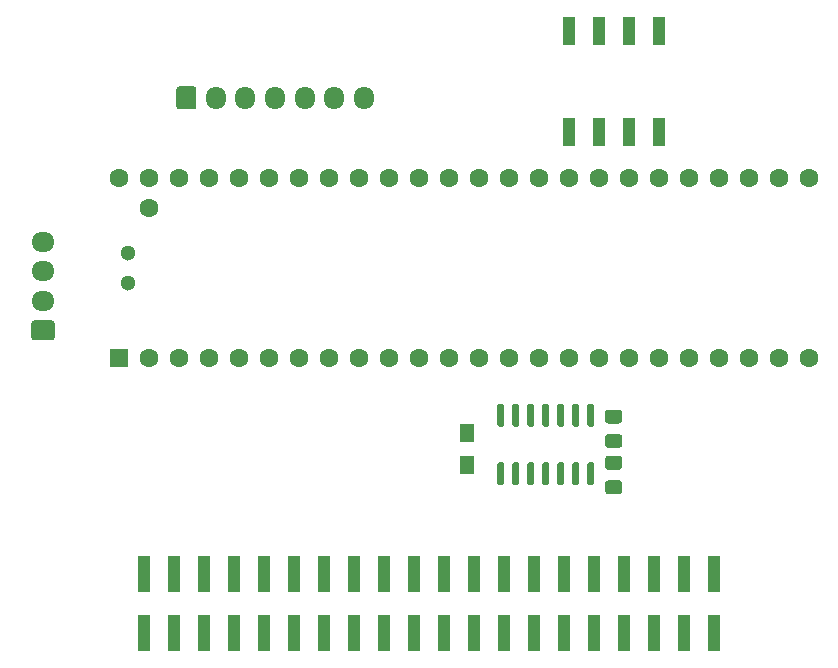
<source format=gbr>
G04 #@! TF.GenerationSoftware,KiCad,Pcbnew,(5.1.10)-1*
G04 #@! TF.CreationDate,2021-10-17T01:43:43+10:00*
G04 #@! TF.ProjectId,RedPyKeeb_MCU,52656450-794b-4656-9562-5f4d43552e6b,rev?*
G04 #@! TF.SameCoordinates,Original*
G04 #@! TF.FileFunction,Soldermask,Top*
G04 #@! TF.FilePolarity,Negative*
%FSLAX46Y46*%
G04 Gerber Fmt 4.6, Leading zero omitted, Abs format (unit mm)*
G04 Created by KiCad (PCBNEW (5.1.10)-1) date 2021-10-17 01:43:43*
%MOMM*%
%LPD*%
G01*
G04 APERTURE LIST*
%ADD10R,1.000000X3.150000*%
%ADD11C,1.600000*%
%ADD12R,1.600000X1.600000*%
%ADD13C,1.300000*%
%ADD14R,1.120000X2.440000*%
%ADD15R,1.300000X1.500000*%
%ADD16O,1.700000X1.950000*%
%ADD17O,1.950000X1.700000*%
G04 APERTURE END LIST*
D10*
X78950000Y-71075000D03*
X78950000Y-66025000D03*
X84030000Y-66025240D03*
X81490000Y-66025000D03*
X81490000Y-71075000D03*
X76410000Y-71075000D03*
X71330000Y-71075000D03*
X73870000Y-71075000D03*
X76410000Y-66025000D03*
X84030000Y-71075000D03*
X63710000Y-71075000D03*
X68790000Y-71075000D03*
X68790000Y-66025000D03*
X66250000Y-66025000D03*
X63710000Y-66025000D03*
X43390000Y-66025000D03*
X56090000Y-66025000D03*
X58630000Y-71075000D03*
X48470000Y-71075000D03*
X45930000Y-66025000D03*
X40850000Y-71075000D03*
X58630000Y-66025000D03*
X56090000Y-71075000D03*
X40850000Y-66025000D03*
X53550000Y-66025000D03*
X61170000Y-71075000D03*
X48470000Y-66025000D03*
X61170000Y-66025000D03*
X51010000Y-71075000D03*
X51010000Y-66025000D03*
X38310000Y-71075000D03*
X38310000Y-66025000D03*
X66250000Y-71075000D03*
X45930000Y-71075000D03*
X43390000Y-71075000D03*
X71330000Y-66025000D03*
X35770000Y-71075000D03*
X35770000Y-66025240D03*
X73870000Y-66025000D03*
X53550000Y-71075000D03*
D11*
X36195000Y-35052000D03*
X33655000Y-32512000D03*
X36195000Y-32512000D03*
X38735000Y-32512000D03*
X41275000Y-32512000D03*
X43815000Y-32512000D03*
X46355000Y-32512000D03*
X48895000Y-32512000D03*
X51435000Y-32512000D03*
X53975000Y-32512000D03*
X56515000Y-32512000D03*
X59055000Y-32512000D03*
X61595000Y-32512000D03*
X64135000Y-32512000D03*
X66675000Y-32512000D03*
D12*
X33655000Y-47752000D03*
D11*
X36195000Y-47752000D03*
X38735000Y-47752000D03*
X41275000Y-47752000D03*
X43815000Y-47752000D03*
X46355000Y-47752000D03*
X48895000Y-47752000D03*
X51435000Y-47752000D03*
X53975000Y-47752000D03*
X56515000Y-47752000D03*
X59055000Y-47752000D03*
X61595000Y-47752000D03*
X64135000Y-47752000D03*
X69215000Y-32512000D03*
X71755000Y-32512000D03*
X74295000Y-32512000D03*
X76835000Y-32512000D03*
X79375000Y-32512000D03*
X81915000Y-32512000D03*
X84455000Y-32512000D03*
X86995000Y-32512000D03*
X89535000Y-32512000D03*
X92075000Y-32512000D03*
X92075000Y-47752000D03*
X89535000Y-47752000D03*
X86995000Y-47752000D03*
X84455000Y-47752000D03*
X66675000Y-47752000D03*
X69215000Y-47752000D03*
X71755000Y-47752000D03*
X81915000Y-47752000D03*
X79375000Y-47752000D03*
X76835000Y-47752000D03*
X74295000Y-47752000D03*
D13*
X34385000Y-41402000D03*
X34385000Y-38862000D03*
D14*
X79375000Y-28638200D03*
X71755000Y-20028200D03*
X76835000Y-28638200D03*
X74295000Y-20028200D03*
X74295000Y-28638200D03*
X76835000Y-20028200D03*
X71755000Y-28638200D03*
X79375000Y-20028200D03*
D15*
X63068200Y-56794400D03*
X63068200Y-54094400D03*
G36*
G01*
X73433800Y-56567200D02*
X73733800Y-56567200D01*
G75*
G02*
X73883800Y-56717200I0J-150000D01*
G01*
X73883800Y-58367200D01*
G75*
G02*
X73733800Y-58517200I-150000J0D01*
G01*
X73433800Y-58517200D01*
G75*
G02*
X73283800Y-58367200I0J150000D01*
G01*
X73283800Y-56717200D01*
G75*
G02*
X73433800Y-56567200I150000J0D01*
G01*
G37*
G36*
G01*
X72163800Y-56567200D02*
X72463800Y-56567200D01*
G75*
G02*
X72613800Y-56717200I0J-150000D01*
G01*
X72613800Y-58367200D01*
G75*
G02*
X72463800Y-58517200I-150000J0D01*
G01*
X72163800Y-58517200D01*
G75*
G02*
X72013800Y-58367200I0J150000D01*
G01*
X72013800Y-56717200D01*
G75*
G02*
X72163800Y-56567200I150000J0D01*
G01*
G37*
G36*
G01*
X70893800Y-56567200D02*
X71193800Y-56567200D01*
G75*
G02*
X71343800Y-56717200I0J-150000D01*
G01*
X71343800Y-58367200D01*
G75*
G02*
X71193800Y-58517200I-150000J0D01*
G01*
X70893800Y-58517200D01*
G75*
G02*
X70743800Y-58367200I0J150000D01*
G01*
X70743800Y-56717200D01*
G75*
G02*
X70893800Y-56567200I150000J0D01*
G01*
G37*
G36*
G01*
X69623800Y-56567200D02*
X69923800Y-56567200D01*
G75*
G02*
X70073800Y-56717200I0J-150000D01*
G01*
X70073800Y-58367200D01*
G75*
G02*
X69923800Y-58517200I-150000J0D01*
G01*
X69623800Y-58517200D01*
G75*
G02*
X69473800Y-58367200I0J150000D01*
G01*
X69473800Y-56717200D01*
G75*
G02*
X69623800Y-56567200I150000J0D01*
G01*
G37*
G36*
G01*
X68353800Y-56567200D02*
X68653800Y-56567200D01*
G75*
G02*
X68803800Y-56717200I0J-150000D01*
G01*
X68803800Y-58367200D01*
G75*
G02*
X68653800Y-58517200I-150000J0D01*
G01*
X68353800Y-58517200D01*
G75*
G02*
X68203800Y-58367200I0J150000D01*
G01*
X68203800Y-56717200D01*
G75*
G02*
X68353800Y-56567200I150000J0D01*
G01*
G37*
G36*
G01*
X67083800Y-56567200D02*
X67383800Y-56567200D01*
G75*
G02*
X67533800Y-56717200I0J-150000D01*
G01*
X67533800Y-58367200D01*
G75*
G02*
X67383800Y-58517200I-150000J0D01*
G01*
X67083800Y-58517200D01*
G75*
G02*
X66933800Y-58367200I0J150000D01*
G01*
X66933800Y-56717200D01*
G75*
G02*
X67083800Y-56567200I150000J0D01*
G01*
G37*
G36*
G01*
X65813800Y-56567200D02*
X66113800Y-56567200D01*
G75*
G02*
X66263800Y-56717200I0J-150000D01*
G01*
X66263800Y-58367200D01*
G75*
G02*
X66113800Y-58517200I-150000J0D01*
G01*
X65813800Y-58517200D01*
G75*
G02*
X65663800Y-58367200I0J150000D01*
G01*
X65663800Y-56717200D01*
G75*
G02*
X65813800Y-56567200I150000J0D01*
G01*
G37*
G36*
G01*
X65813800Y-51617200D02*
X66113800Y-51617200D01*
G75*
G02*
X66263800Y-51767200I0J-150000D01*
G01*
X66263800Y-53417200D01*
G75*
G02*
X66113800Y-53567200I-150000J0D01*
G01*
X65813800Y-53567200D01*
G75*
G02*
X65663800Y-53417200I0J150000D01*
G01*
X65663800Y-51767200D01*
G75*
G02*
X65813800Y-51617200I150000J0D01*
G01*
G37*
G36*
G01*
X67083800Y-51617200D02*
X67383800Y-51617200D01*
G75*
G02*
X67533800Y-51767200I0J-150000D01*
G01*
X67533800Y-53417200D01*
G75*
G02*
X67383800Y-53567200I-150000J0D01*
G01*
X67083800Y-53567200D01*
G75*
G02*
X66933800Y-53417200I0J150000D01*
G01*
X66933800Y-51767200D01*
G75*
G02*
X67083800Y-51617200I150000J0D01*
G01*
G37*
G36*
G01*
X68353800Y-51617200D02*
X68653800Y-51617200D01*
G75*
G02*
X68803800Y-51767200I0J-150000D01*
G01*
X68803800Y-53417200D01*
G75*
G02*
X68653800Y-53567200I-150000J0D01*
G01*
X68353800Y-53567200D01*
G75*
G02*
X68203800Y-53417200I0J150000D01*
G01*
X68203800Y-51767200D01*
G75*
G02*
X68353800Y-51617200I150000J0D01*
G01*
G37*
G36*
G01*
X69623800Y-51617200D02*
X69923800Y-51617200D01*
G75*
G02*
X70073800Y-51767200I0J-150000D01*
G01*
X70073800Y-53417200D01*
G75*
G02*
X69923800Y-53567200I-150000J0D01*
G01*
X69623800Y-53567200D01*
G75*
G02*
X69473800Y-53417200I0J150000D01*
G01*
X69473800Y-51767200D01*
G75*
G02*
X69623800Y-51617200I150000J0D01*
G01*
G37*
G36*
G01*
X70893800Y-51617200D02*
X71193800Y-51617200D01*
G75*
G02*
X71343800Y-51767200I0J-150000D01*
G01*
X71343800Y-53417200D01*
G75*
G02*
X71193800Y-53567200I-150000J0D01*
G01*
X70893800Y-53567200D01*
G75*
G02*
X70743800Y-53417200I0J150000D01*
G01*
X70743800Y-51767200D01*
G75*
G02*
X70893800Y-51617200I150000J0D01*
G01*
G37*
G36*
G01*
X72163800Y-51617200D02*
X72463800Y-51617200D01*
G75*
G02*
X72613800Y-51767200I0J-150000D01*
G01*
X72613800Y-53417200D01*
G75*
G02*
X72463800Y-53567200I-150000J0D01*
G01*
X72163800Y-53567200D01*
G75*
G02*
X72013800Y-53417200I0J150000D01*
G01*
X72013800Y-51767200D01*
G75*
G02*
X72163800Y-51617200I150000J0D01*
G01*
G37*
G36*
G01*
X73433800Y-51617200D02*
X73733800Y-51617200D01*
G75*
G02*
X73883800Y-51767200I0J-150000D01*
G01*
X73883800Y-53417200D01*
G75*
G02*
X73733800Y-53567200I-150000J0D01*
G01*
X73433800Y-53567200D01*
G75*
G02*
X73283800Y-53417200I0J150000D01*
G01*
X73283800Y-51767200D01*
G75*
G02*
X73433800Y-51617200I150000J0D01*
G01*
G37*
D16*
X54344600Y-25730200D03*
X51844600Y-25730200D03*
X49344600Y-25730200D03*
X46844600Y-25730200D03*
X44344600Y-25730200D03*
X41844600Y-25730200D03*
G36*
G01*
X38494600Y-26455200D02*
X38494600Y-25005200D01*
G75*
G02*
X38744600Y-24755200I250000J0D01*
G01*
X39944600Y-24755200D01*
G75*
G02*
X40194600Y-25005200I0J-250000D01*
G01*
X40194600Y-26455200D01*
G75*
G02*
X39944600Y-26705200I-250000J0D01*
G01*
X38744600Y-26705200D01*
G75*
G02*
X38494600Y-26455200I0J250000D01*
G01*
G37*
D17*
X27203400Y-37915200D03*
X27203400Y-40415200D03*
X27203400Y-42915200D03*
G36*
G01*
X27928400Y-46265200D02*
X26478400Y-46265200D01*
G75*
G02*
X26228400Y-46015200I0J250000D01*
G01*
X26228400Y-44815200D01*
G75*
G02*
X26478400Y-44565200I250000J0D01*
G01*
X27928400Y-44565200D01*
G75*
G02*
X28178400Y-44815200I0J-250000D01*
G01*
X28178400Y-46015200D01*
G75*
G02*
X27928400Y-46265200I-250000J0D01*
G01*
G37*
G36*
G01*
X75039200Y-56033000D02*
X75989200Y-56033000D01*
G75*
G02*
X76239200Y-56283000I0J-250000D01*
G01*
X76239200Y-56958000D01*
G75*
G02*
X75989200Y-57208000I-250000J0D01*
G01*
X75039200Y-57208000D01*
G75*
G02*
X74789200Y-56958000I0J250000D01*
G01*
X74789200Y-56283000D01*
G75*
G02*
X75039200Y-56033000I250000J0D01*
G01*
G37*
G36*
G01*
X75039200Y-58108000D02*
X75989200Y-58108000D01*
G75*
G02*
X76239200Y-58358000I0J-250000D01*
G01*
X76239200Y-59033000D01*
G75*
G02*
X75989200Y-59283000I-250000J0D01*
G01*
X75039200Y-59283000D01*
G75*
G02*
X74789200Y-59033000I0J250000D01*
G01*
X74789200Y-58358000D01*
G75*
G02*
X75039200Y-58108000I250000J0D01*
G01*
G37*
G36*
G01*
X75989200Y-53296400D02*
X75039200Y-53296400D01*
G75*
G02*
X74789200Y-53046400I0J250000D01*
G01*
X74789200Y-52371400D01*
G75*
G02*
X75039200Y-52121400I250000J0D01*
G01*
X75989200Y-52121400D01*
G75*
G02*
X76239200Y-52371400I0J-250000D01*
G01*
X76239200Y-53046400D01*
G75*
G02*
X75989200Y-53296400I-250000J0D01*
G01*
G37*
G36*
G01*
X75989200Y-55371400D02*
X75039200Y-55371400D01*
G75*
G02*
X74789200Y-55121400I0J250000D01*
G01*
X74789200Y-54446400D01*
G75*
G02*
X75039200Y-54196400I250000J0D01*
G01*
X75989200Y-54196400D01*
G75*
G02*
X76239200Y-54446400I0J-250000D01*
G01*
X76239200Y-55121400D01*
G75*
G02*
X75989200Y-55371400I-250000J0D01*
G01*
G37*
M02*

</source>
